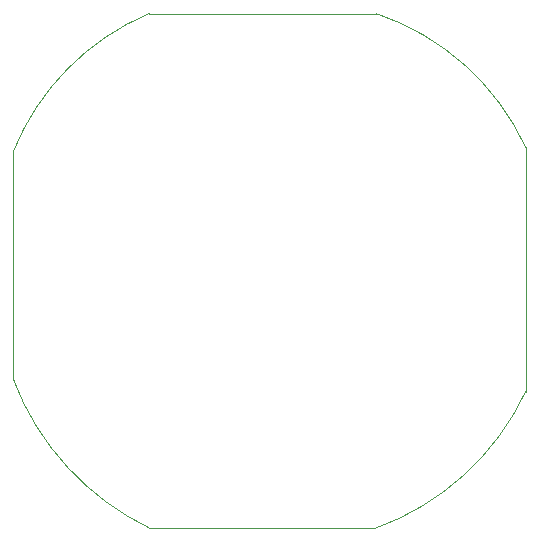
<source format=gm1>
G04 #@! TF.GenerationSoftware,KiCad,Pcbnew,no-vcs-found-d4e41c4~58~ubuntu16.04.1*
G04 #@! TF.CreationDate,2017-05-10T09:32:49+03:00*
G04 #@! TF.ProjectId,livolo_2_channels_1way_eu_switch,6C69766F6C6F5F325F6368616E6E656C,rev?*
G04 #@! TF.FileFunction,Profile,NP*
%FSLAX46Y46*%
G04 Gerber Fmt 4.6, Leading zero omitted, Abs format (unit mm)*
G04 Created by KiCad (PCBNEW no-vcs-found-d4e41c4~58~ubuntu16.04.1) date Wed May 10 09:32:49 2017*
%MOMM*%
%LPD*%
G01*
G04 APERTURE LIST*
%ADD10C,0.100000*%
G04 APERTURE END LIST*
D10*
X151369218Y-113790782D02*
X132369218Y-113790782D01*
X164145470Y-81508767D02*
X164145470Y-102207842D01*
X120779584Y-81849336D02*
G75*
G02X132269218Y-70190782I19776394J-7998997D01*
G01*
X132269218Y-70190782D02*
X151536413Y-70206986D01*
X120779584Y-101186133D02*
X120779584Y-81849336D01*
X164145470Y-102207843D02*
G75*
G02X151369218Y-113790782I-20291774J9544578D01*
G01*
X120779584Y-101186133D02*
X120779584Y-101186133D01*
X151536413Y-70206987D02*
G75*
G02X164145470Y-81508767I-6863045J-20341556D01*
G01*
X132369218Y-113790782D02*
G75*
G02X120779584Y-101186133I9940782J20770782D01*
G01*
X120785000Y-101185000D02*
X120785000Y-101185000D01*
X120785366Y-101180351D02*
X120785366Y-101180351D01*
M02*

</source>
